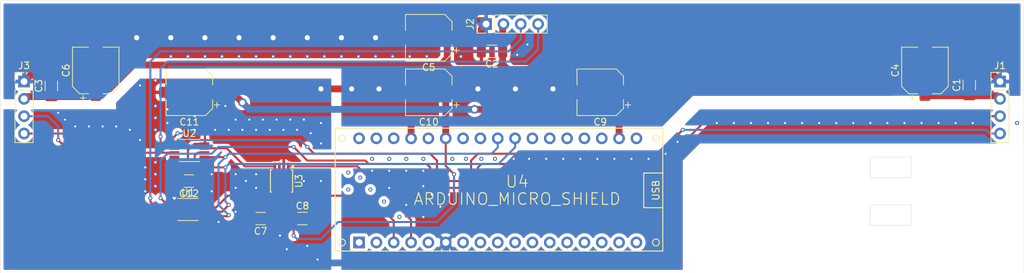
<source format=kicad_pcb>
(kicad_pcb (version 20240108) (generator "pcbnew") (generator_version "8.0")
  (layers (0 "F.Cu" signal) (31 "B.Cu" signal) (34 "B.Paste" user) (35 "F.Paste" user) (36 "B.SilkS" user "B.Silkscreen") (37 "F.SilkS" user "F.Silkscreen") (38 "B.Mask" user) (39 "F.Mask" user) (44 "Edge.Cuts" user))
  (net 0 "")
  (net 1 "GND")
  (net 2 "+3V3")
  (net 3 "+5V")
  (net 4 "/TX_TF1")
  (net 5 "/RX_TF1")
  (net 6 "/TX_TF2")
  (net 7 "/RX_TF2")
  (net 8 "/RX_TF3")
  (net 9 "/TX_TF3")
  (net 10 "/CMD_1")
  (net 11 "/CMD_2")
  (net 12 "/RX")
  (net 13 "/TX")
  (net 14 "Net-(U1A-COM)")
  (net 15 "Net-(U2A-COM)")
  (footprint "Capacitor_SMD:CP_Elec_6.3x5.7" (layer "F.Cu") (at 112.8 55.5 180)
    (property "Reference" "C5" (at 0 -4.35 180) (layer "F.SilkS"))
    (property "Value" "100µF-16V")
    (pad "1" smd roundrect (at -2.7 0 180) (size 3.5 1.6) (layers "F.Cu" "F.Paste" "F.Mask") (roundrect_rratio 0.15625) (net 3 "+5V"))
    (pad "2" smd roundrect (at 2.7 0 180) (size 3.5 1.6) (layers "F.Cu" "F.Paste" "F.Mask") (roundrect_rratio 0.15625) (net 1 "GND"))
  )
  (footprint "Capacitor_SMD:C_1206_3216Metric_Pad1.33x1.80mm_HandSolder" (layer "F.Cu") (at 57.5 62.5625 90)
    (property "Reference" "C3" (at 0 -1.85 270) (layer "F.SilkS"))
    (property "Value" "100nF")
    (pad "1" smd roundrect (at -1.5625 0 90) (size 1.325 1.8) (layers "F.Cu" "F.Paste" "F.Mask") (roundrect_rratio 0.188679) (net 3 "+5V"))
    (pad "2" smd roundrect (at 1.5625 0 90) (size 1.325 1.8) (layers "F.Cu" "F.Paste" "F.Mask") (roundrect_rratio 0.188679) (net 1 "GND"))
  )
  (footprint "Capacitor_SMD:C_1206_3216Metric_Pad1.33x1.80mm_HandSolder" (layer "F.Cu") (at 192 62.4375 90)
    (property "Reference" "C1" (at 0 -1.85 270) (layer "F.SilkS"))
    (property "Value" "100nF")
    (pad "1" smd roundrect (at -1.5625 0 90) (size 1.325 1.8) (layers "F.Cu" "F.Paste" "F.Mask") (roundrect_rratio 0.188679) (net 3 "+5V"))
    (pad "2" smd roundrect (at 1.5625 0 90) (size 1.325 1.8) (layers "F.Cu" "F.Paste" "F.Mask") (roundrect_rratio 0.188679) (net 1 "GND"))
  )
  (footprint "Connector_PinHeader_2.54mm:PinHeader_1x04_P2.54mm_Vertical" (layer "F.Cu") (at 121.2 53.5 90)
    (property "Reference" "J2" (at 0 -2.33 270) (layer "F.SilkS"))
    (property "Value" "TFmini2")
    (pad "1" thru_hole rect (at 0 0 90) (size 1.7 1.7) (drill 1) (layers "*.Cu" "*.Mask") (net 1 "GND"))
    (pad "2" thru_hole oval (at 0 2.54 90) (size 1.7 1.7) (drill 1) (layers "*.Cu" "*.Mask") (net 3 "+5V"))
    (pad "3" thru_hole oval (at 0 5.08 90) (size 1.7 1.7) (drill 1) (layers "*.Cu" "*.Mask") (net 7 "/RX_TF2"))
    (pad "4" thru_hole oval (at 0 7.62 90) (size 1.7 1.7) (drill 1) (layers "*.Cu" "*.Mask") (net 6 "/TX_TF2"))
  )
  (footprint "Package_SO:VSSOP-8_3.0x3.0mm_P0.65mm" (layer "F.Cu") (at 77.7245 72.025)
    (property "Reference" "U2" (at 0 -2.5 0) (layer "F.SilkS"))
    (property "Value" "TS5A3357")
    (pad "1" smd rect (at -2.2 -0.975 270) (size 0.45 1.45) (layers "F.Cu" "F.Paste" "F.Mask") (net 4 "/TX_TF1"))
    (pad "2" smd rect (at -2.2 -0.325 270) (size 0.45 1.45) (layers "F.Cu" "F.Paste" "F.Mask") (net 6 "/TX_TF2"))
    (pad "3" smd rect (at -2.2 0.325 270) (size 0.45 1.45) (layers "F.Cu" "F.Paste" "F.Mask") (net 9 "/TX_TF3"))
    (pad "4" smd rect (at -2.2 0.975 270) (size 0.45 1.45) (layers "F.Cu" "F.Paste" "F.Mask") (net 1 "GND"))
    (pad "5" smd rect (at 2.2 0.975 270) (size 0.45 1.45) (layers "F.Cu" "F.Paste" "F.Mask") (net 11 "/CMD_2"))
    (pad "6" smd rect (at 2.2 0.325 270) (size 0.45 1.45) (layers "F.Cu" "F.Paste" "F.Mask") (net 10 "/CMD_1"))
    (pad "7" smd rect (at 2.2 -0.325 270) (size 0.45 1.45) (layers "F.Cu" "F.Paste" "F.Mask") (net 15 "Net-(U2A-COM)"))
    (pad "8" smd rect (at 2.2 -0.975 270) (size 0.45 1.45) (layers "F.Cu" "F.Paste" "F.Mask") (net 2 "+3V3"))
  )
  (footprint "Capacitor_SMD:CP_Elec_6.3x5.7" (layer "F.Cu") (at 77.7245 63.5 180)
    (property "Reference" "C11" (at 0 -4.35 180) (layer "F.SilkS"))
    (property "Value" "100µF-16V")
    (pad "1" smd roundrect (at -2.7 0 180) (size 3.5 1.6) (layers "F.Cu" "F.Paste" "F.Mask") (roundrect_rratio 0.15625) (net 2 "+3V3"))
    (pad "2" smd roundrect (at 2.7 0 180) (size 3.5 1.6) (layers "F.Cu" "F.Paste" "F.Mask") (roundrect_rratio 0.15625) (net 1 "GND"))
  )
  (footprint "Capacitor_SMD:CP_Elec_6.3x5.7" (layer "F.Cu") (at 185.5 60.3 90)
    (property "Reference" "C4" (at 0 -4.35 270) (layer "F.SilkS"))
    (property "Value" "100µF-16V")
    (pad "1" smd roundrect (at -2.7 0 90) (size 3.5 1.6) (layers "F.Cu" "F.Paste" "F.Mask") (roundrect_rratio 0.15625) (net 3 "+5V"))
    (pad "2" smd roundrect (at 2.7 0 90) (size 3.5 1.6) (layers "F.Cu" "F.Paste" "F.Mask") (roundrect_rratio 0.15625) (net 1 "GND"))
  )
  (footprint "Connector_PinHeader_2.54mm:PinHeader_1x04_P2.54mm_Vertical" (layer "F.Cu") (at 196.5 61.92)
    (property "Reference" "J1" (at 0 -2.33 0) (layer "F.SilkS"))
    (property "Value" "TFmini1")
    (pad "1" thru_hole rect (at 0 0) (size 1.7 1.7) (drill 1) (layers "*.Cu" "*.Mask") (net 1 "GND"))
    (pad "2" thru_hole oval (at 0 2.54) (size 1.7 1.7) (drill 1) (layers "*.Cu" "*.Mask") (net 3 "+5V"))
    (pad "3" thru_hole oval (at 0 5.08) (size 1.7 1.7) (drill 1) (layers "*.Cu" "*.Mask") (net 5 "/RX_TF1"))
    (pad "4" thru_hole oval (at 0 7.62) (size 1.7 1.7) (drill 1) (layers "*.Cu" "*.Mask") (net 4 "/TX_TF1"))
  )
  (footprint "Capacitor_SMD:CP_Elec_6.3x5.7" (layer "F.Cu") (at 112.8 63.5 180)
    (property "Reference" "C10" (at 0 -4.35 180) (layer "F.SilkS"))
    (property "Value" "100µF-16V")
    (pad "1" smd roundrect (at -2.7 0 180) (size 3.5 1.6) (layers "F.Cu" "F.Paste" "F.Mask") (roundrect_rratio 0.15625) (net 3 "+5V"))
    (pad "2" smd roundrect (at 2.7 0 180) (size 3.5 1.6) (layers "F.Cu" "F.Paste" "F.Mask") (roundrect_rratio 0.15625) (net 1 "GND"))
  )
  (footprint "Package_SO:VSSOP-8_3.0x3.0mm_P0.65mm" (layer "F.Cu") (at 77.5245 80.675)
    (property "Reference" "U1" (at 0 -2.5 360) (layer "F.SilkS"))
    (property "Value" "TS5A3357")
    (pad "1" smd rect (at -2.2 -0.975 270) (size 0.45 1.45) (layers "F.Cu" "F.Paste" "F.Mask") (net 5 "/RX_TF1"))
    (pad "2" smd rect (at -2.2 -0.325 270) (size 0.45 1.45) (layers "F.Cu" "F.Paste" "F.Mask") (net 7 "/RX_TF2"))
    (pad "3" smd rect (at -2.2 0.325 270) (size 0.45 1.45) (layers "F.Cu" "F.Paste" "F.Mask") (net 8 "/RX_TF3"))
    (pad "4" smd rect (at -2.2 0.975 270) (size 0.45 1.45) (layers "F.Cu" "F.Paste" "F.Mask") (net 1 "GND"))
    (pad "5" smd rect (at 2.2 0.975 270) (size 0.45 1.45) (layers "F.Cu" "F.Paste" "F.Mask") (net 11 "/CMD_2"))
    (pad "6" smd rect (at 2.2 0.325 270) (size 0.45 1.45) (layers "F.Cu" "F.Paste" "F.Mask") (net 10 "/CMD_1"))
    (pad "7" smd rect (at 2.2 -0.325 270) (size 0.45 1.45) (layers "F.Cu" "F.Paste" "F.Mask") (net 14 "Net-(U1A-COM)"))
    (pad "8" smd rect (at 2.2 -0.975 270) (size 0.45 1.45) (layers "F.Cu" "F.Paste" "F.Mask") (net 2 "+3V3"))
  )
  (footprint "Capacitor_SMD:C_1206_3216Metric_Pad1.33x1.80mm_HandSolder" (layer "F.Cu") (at 122.0625 57.5 180)
    (property "Reference" "C2" (at 0 -1.85 180) (layer "F.SilkS"))
    (property "Value" "100nF")
    (pad "1" smd roundrect (at -1.5625 0 180) (size 1.325 1.8) (layers "F.Cu" "F.Paste" "F.Mask") (roundrect_rratio 0.188679) (net 3 "+5V"))
    (pad "2" smd roundrect (at 1.5625 0 180) (size 1.325 1.8) (layers "F.Cu" "F.Paste" "F.Mask") (roundrect_rratio 0.188679) (net 1 "GND"))
  )
  (footprint "arduino_micro_shield:ARDUINO_MICRO_SHIELD" (layer "F.Cu") (at 99.0845 86.754)
    (property "Reference" "U4" (at 26.67 -10.16 360) (layer "F.SilkS") (effects (font (size 1.7 1.7))))
    (property "Value" "ARDUINO_MICRO_SHIELD" (at 26.67 -7.62 360) (layer "F.SilkS") (effects (font (size 1.7 1.7))))
    (fp_text user "USB" (at 46.99 -8.89 90) (layer "F.SilkS"))
    (pad "2" thru_hole circle (at 18.74 -1.254) (size 1.7 1.7) (drill 1) (layers "*.Cu" "*.Mask"))
    (pad "3" thru_hole circle (at 21.28 -1.254) (size 1.7 1.7) (drill 1) (layers "*.Cu" "*.Mask"))
    (pad "3.3V" thru_hole circle (at 41.6 -16.51) (size 1.7 1.7) (drill 1) (layers "*.Cu" "*.Mask") (net 2 "+3V3"))
    (pad "4" thru_hole circle (at 23.82 -1.254) (size 1.7 1.7) (drill 1) (layers "*.Cu" "*.Mask"))
    (pad "5" thru_hole circle (at 26.36 -1.254) (size 1.7 1.7) (drill 1) (layers "*.Cu" "*.Mask"))
    (pad "5V" thru_hole circle (at 16.2 -16.51) (size 1.7 1.7) (drill 1) (layers "*.Cu" "*.Mask") (net 3 "+5V"))
    (pad "6" thru_hole circle (at 28.9 -1.254) (size 1.7 1.7) (drill 1) (layers "*.Cu" "*.Mask"))
    (pad "7" thru_hole circle (at 31.44 -1.254) (size 1.7 1.7) (drill 1) (layers "*.Cu" "*.Mask"))
    (pad "8" thru_hole circle (at 33.98 -1.254) (size 1.7 1.7) (drill 1) (layers "*.Cu" "*.Mask"))
    (pad "9" thru_hole circle (at 36.52 -1.254) (size 1.7 1.7) (drill 1) (layers "*.Cu" "*.Mask"))
    (pad "10" thru_hole circle (at 39.06 -1.254) (size 1.7 1.7) (drill 1) (layers "*.Cu" "*.Mask"))
    (pad "11" thru_hole circle (at 41.6 -1.254) (size 1.7 1.7) (drill 1) (layers "*.Cu" "*.Mask"))
    (pad "12" thru_hole circle (at 44.14 -1.254) (size 1.7 1.7) (drill 1) (layers "*.Cu" "*.Mask"))
    (pad "13" thru_hole circle (at 44.14 -16.51) (size 1.7 1.7) (drill 1) (layers "*.Cu" "*.Mask"))
    (pad "A0" thru_hole circle (at 36.52 -16.51) (size 1.7 1.7) (drill 1) (layers "*.Cu" "*.Mask"))
    (pad "A1" thru_hole circle (at 33.98 -16.51) (size 1.7 1.7) (drill 1) (layers "*.Cu" "*.Mask"))
    (pad "A2" thru_hole circle (at 31.44 -16.51) (size 1.7 1.7) (drill 1) (layers "*.Cu" "*.Mask"))
    (pad "A3" thru_hole circle (at 28.9 -16.51) (size 1.7 1.7) (drill 1) (layers "*.Cu" "*.Mask"))
    (pad "A4" thru_hole circle (at 26.36 -16.51) (size 1.7 1.7) (drill 1) (layers "*.Cu" "*.Mask") (net 10 "/CMD_1"))
    (pad "A5" thru_hole circle (at 23.82 -16.51) (size 1.7 1.7) (drill 1) (layers "*.Cu" "*.Mask") (net 11 "/CMD_2"))
    (pad "AREF" thru_hole circle (at 39.06 -16.51) (size 1.7 1.7) (drill 1) (layers "*.Cu" "*.Mask"))
    (pad "GND" thru_hole circle (at 11.12 -16.51) (size 1.7 1.7) (drill 1) (layers "*.Cu" "*.Mask") (net 1 "GND"))
    (pad "GND" thru_hole circle (at 16.2 -1.254) (size 1.7 1.7) (drill 1) (layers "*.Cu" "*.Mask") (net 1 "GND"))
    (pad "MI" thru_hole circle (at 6.04 -16.51) (size 1.7 1.7) (drill 1) (layers "*.Cu" "*.Mask"))
    (pad "MO" thru_hole rect (at 3.5 -1.254) (size 1.7 1.7) (drill 1) (layers "*.Cu" "*.Mask"))
    (pad "NC" thru_hole circle (at 18.74 -16.51) (size 1.7 1.7) (drill 1) (layers "*.Cu" "*.Mask"))
    (pad "NC" thru_hole circle (at 21.28 -16.51) (size 1.7 1.7) (drill 1) (layers "*.Cu" "*.Mask"))
    (pad "RST" thru_hole circle (at 13.66 -16.51) (size 1.7 1.7) (drill 1) (layers "*.Cu" "*.Mask"))
    (pad "RST" thru_hole circle (at 13.66 -1.254) (size 1.7 1.7) (drill 1) (layers "*.Cu" "*.Mask"))
    (pad "RX" thru_hole circle (at 11.12 -1.254) (size 1.7 1.7) (drill 1) (layers "*.Cu" "*.Mask") (net 13 "/TX"))
    (pad "SCK" thru_hole circle (at 3.5 -16.51) (size 1.7 1.7) (drill 1) (layers "*.Cu" "*.Mask"))
    (pad "SS" thru_hole circle (at 6.04 -1.254) (size 1.7 1.7) (drill 1) (layers "*.Cu" "*.Mask"))
    (pad "TX" thru_hole circle (at 8.58 -1.254) (size 1.7 1.7) (drill 1) (layers "*.Cu" "*.Mask") (net 12 "/RX"))
    (pad "VI" thru_hole circle (at 8.58 -16.51) (size 1.7 1.7) (drill 1) (layers "*.Cu" "*.Mask"))
  )
  (footprint "Capacitor_SMD:CP_Elec_6.3x5.7" (layer "F.Cu") (at 137.9245 63.5 180)
    (property "Reference" "C9" (at 0 -4.35 180) (layer "F.SilkS"))
    (property "Value" "100µF-16V")
    (pad "1" smd roundrect (at -2.7 0 180) (size 3.5 1.6) (layers "F.Cu" "F.Paste" "F.Mask") (roundrect_rratio 0.15625) (net 2 "+3V3"))
    (pad "2" smd roundrect (at 2.7 0 180) (size 3.5 1.6) (layers "F.Cu" "F.Paste" "F.Mask") (roundrect_rratio 0.15625) (net 1 "GND"))
  )
  (footprint "Connector_PinHeader_2.54mm:PinHeader_1x04_P2.54mm_Vertical" (layer "F.Cu") (at 53.5 61.92)
    (property "Reference" "J3" (at 0 -2.33 0) (layer "F.SilkS"))
    (property "Value" "TFmini3")
    (pad "1" thru_hole rect (at 0 0) (size 1.7 1.7) (drill 1) (layers "*.Cu" "*.Mask") (net 1 "GND"))
    (pad "2" thru_hole oval (at 0 2.54) (size 1.7 1.7) (drill 1) (layers "*.Cu" "*.Mask") (net 3 "+5V"))
    (pad "3" thru_hole oval (at 0 5.08) (size 1.7 1.7) (drill 1) (layers "*.Cu" "*.Mask") (net 8 "/RX_TF3"))
    (pad "4" thru_hole oval (at 0 7.62) (size 1.7 1.7) (drill 1) (layers "*.Cu" "*.Mask") (net 9 "/TX_TF3"))
  )
  (footprint "Package_SO:TSSOP-8_3x3mm_P0.65mm" (layer "F.Cu") (at 91.2245 76.5 -90)
    (property "Reference" "U3" (at 0 -2.55 90) (layer "F.SilkS"))
    (property "Value" "TXB0102DCT")
    (pad "1" smd rect (at -2.15 -0.975 270) (size 1.1 0.4) (layers "F.Cu" "F.Paste" "F.Mask") (net 13 "/TX"))
    (pad "2" smd rect (at -2.15 -0.325 270) (size 1.1 0.4) (layers "F.Cu" "F.Paste" "F.Mask") (net 1 "GND"))
    (pad "3" smd rect (at -2.15 0.325 270) (size 1.1 0.4) (layers "F.Cu" "F.Paste" "F.Mask") (net 2 "+3V3"))
    (pad "4" smd rect (at -2.15 0.975 270) (size 1.1 0.4) (layers "F.Cu" "F.Paste" "F.Mask") (net 15 "Net-(U2A-COM)"))
    (pad "5" smd rect (at 2.15 0.975 270) (size 1.1 0.4) (layers "F.Cu" "F.Paste" "F.Mask") (net 14 "Net-(U1A-COM)"))
    (pad "6" smd rect (at 2.15 0.325 270) (size 1.1 0.4) (layers "F.Cu" "F.Paste" "F.Mask") (net 2 "+3V3"))
    (pad "7" smd rect (at 2.15 -0.325 270) (size 1.1 0.4) (layers "F.Cu" "F.Paste" "F.Mask") (net 3 "+5V"))
    (pad "8" smd rect (at 2.15 -0.975 270) (size 1.1 0.4) (layers "F.Cu" "F.Paste" "F.Mask") (net 12 "/RX"))
  )
  (footprint "Capacitor_SMD:CP_Elec_6.3x5.7" (layer "F.Cu") (at 64 60.3 90)
    (property "Reference" "C6" (at 0 -4.35 270) (layer "F.SilkS"))
    (property "Value" "100µF-16V")
    (pad "1" smd roundrect (at -2.7 0 90) (size 3.5 1.6) (layers "F.Cu" "F.Paste" "F.Mask") (roundrect_rratio 0.15625) (net 3 "+5V"))
    (pad "2" smd roundrect (at 2.7 0 90) (size 3.5 1.6) (layers "F.Cu" "F.Paste" "F.Mask") (roundrect_rratio 0.15625) (net 1 "GND"))
  )
  (footprint "Capacitor_SMD:C_1206_3216Metric_Pad1.33x1.80mm_HandSolder" (layer "F.Cu") (at 88.162 82 180)
    (property "Reference" "C7" (at 0 -1.85 180) (layer "F.SilkS"))
    (property "Value" "100nF")
    (pad "1" smd roundrect (at -1.5625 0 180) (size 1.325 1.8) (layers "F.Cu" "F.Paste" "F.Mask") (roundrect_rratio 0.188679) (net 2 "+3V3"))
    (pad "2" smd roundrect (at 1.5625 0 180) (size 1.325 1.8) (layers "F.Cu" "F.Paste" "F.Mask") (roundrect_rratio 0.188679) (net 1 "GND"))
  )
  (footprint "Capacitor_SMD:C_1206_3216Metric_Pad1.33x1.80mm_HandSolder" (layer "F.Cu") (at 94.287 82)
    (property "Reference" "C8" (at 0 -1.85 360) (layer "F.SilkS"))
    (property "Value" "100nF")
    (pad "1" smd roundrect (at -1.5625 0) (size 1.325 1.8) (layers "F.Cu" "F.Paste" "F.Mask") (roundrect_rratio 0.188679) (net 3 "+5V"))
    (pad "2" smd roundrect (at 1.5625 0) (size 1.325 1.8) (layers "F.Cu" "F.Paste" "F.Mask") (roundrect_rratio 0.188679) (net 1 "GND"))
  )
  (footprint "Capacitor_SMD:C_1206_3216Metric_Pad1.33x1.80mm_HandSolder" (layer "F.Cu") (at 77.662 76.5 180)
    (property "Reference" "C12" (at 0 -1.85 180) (layer "F.SilkS"))
    (property "Value" "100nF")
    (pad "1" smd roundrect (at -1.5625 0 180) (size 1.325 1.8) (layers "F.Cu" "F.Paste" "F.Mask") (roundrect_rratio 0.188679) (net 2 "+3V3"))
    (pad "2" smd roundrect (at 1.5625 0 180) (size 1.325 1.8) (layers "F.Cu" "F.Paste" "F.Mask") (roundrect_rratio 0.188679) (net 1 "GND"))
  )
  (gr_rect (start 177.5 73) (end 183.5 76) (stroke (width 0.05)) (fill none) (layer "Edge.Cuts"))
  (gr_rect (start 177.5 80) (end 183.5 83) (stroke (width 0.05)) (fill none) (layer "Edge.Cuts"))
  (gr_rect (start 50 50) (end 200 90) (stroke (width 0.05)) (fill none) (layer "Edge.Cuts"))
  (via (at 199 68) (size 0.6) (drill 0.3) (layers "F.Cu" "B.Cu") (net 0))
  (via (at 104.5 73.25) (size 0.6) (drill 0.3) (layers "F.Cu" "B.Cu") (net 0))
  (via (at 116.25 73.25) (size 0.6) (drill 0.3) (layers "F.Cu" "B.Cu") (net 0))
  (via (at 107 73.25) (size 0.6) (drill 0.3) (layers "F.Cu" "B.Cu") (net 0))
  (via (at 106.25 79.5) (size 0.6) (drill 0.3) (layers "F.Cu" "B.Cu") (net 0))
  (via (at 112 73.25) (size 0.6) (drill 0.3) (layers "F.Cu" "B.Cu") (net 0))
  (via (at 118.25 73.25) (size 0.6) (drill 0.3) (layers "F.Cu" "B.Cu") (net 0))
  (via (at 122.5 73.25) (size 0.6) (drill 0.3) (layers "F.Cu" "B.Cu") (net 0))
  (via (at 101 75.25) (size 0.6) (drill 0.3) (layers "F.Cu" "B.Cu") (net 0))
  (via (at 104.25 77.75) (size 0.6) (drill 0.3) (layers "F.Cu" "B.Cu") (net 0))
  (via (at 108.5 81.75) (size 0.6) (drill 0.3) (layers "F.Cu" "B.Cu") (net 0))
  (via (at 109.5 73.25) (size 0.6) (drill 0.3) (layers "F.Cu" "B.Cu") (net 0))
  (via (at 102.75 76) (size 0.6) (drill 0.3) (layers "F.Cu" "B.Cu") (net 0))
  (via (at 101 77.75) (size 0.6) (drill 0.3) (layers "F.Cu" "B.Cu") (net 0))
  (via (at 120.5 73.25) (size 0.6) (drill 0.3) (layers "F.Cu" "B.Cu") (net 0))
  (segment (start 120.7 53) (end 121.2 53.5) (width 1) (layer "F.Cu") (net 1))
  (segment (start 64 57.6) (end 67.4 57.6) (width 1) (layer "F.Cu") (net 1))
  (segment (start 54.42 61) (end 53.5 61.92) (width 1) (layer "F.Cu") (net 1))
  (segment (start 67.4 57.6) (end 69.5 55.5) (width 1) (layer "F.Cu") (net 1))
  (segment (start 75 55.5) (end 80 55.5) (width 1) (layer "F.Cu") (net 1))
  (segment (start 64 57.6) (end 58.9 57.6) (width 1) (layer "F.Cu") (net 1))
  (segment (start 110.1 55.5) (end 110.1 53.9) (width 1) (layer "F.Cu") (net 1))
  (segment (start 111 53) (end 120.7 53) (width 1) (layer "F.Cu") (net 1))
  (segment (start 70 55.5) (end 75 55.5) (width 1) (layer "F.Cu") (net 1))
  (segment (start 95 55.5) (end 101.5 55.5) (width 1) (layer "F.Cu") (net 1))
  (segment (start 80 55.5) (end 85 55.5) (width 1) (layer "F.Cu") (net 1))
  (segment (start 58.9 57.6) (end 57.5 59) (width 1) (layer "F.Cu") (net 1))
  (segment (start 69.5 55.5) (end 70 55.5) (width 1) (layer "F.Cu") (net 1))
  (segment (start 195.455 60.875) (end 196.5 61.92) (width 1) (layer "F.Cu") (net 1))
  (segment (start 185.5 57.6) (end 190.6 57.6) (width 1) (layer "F.Cu") (net 1))
  (segment (start 120.5 54.2) (end 121.2 53.5) (width 1) (layer "F.Cu") (net 1))
  (segment (start 120.5 57.5) (end 120.5 54.2) (width 1) (layer "F.Cu") (net 1))
  (segment (start 57.5 59) (end 57.5 61) (width 1) (layer "F.Cu") (net 1))
  (segment (start 97 63) (end 101.5 63) (width 1) (layer "F.Cu") (net 1))
  (segment (start 76.0995 75.075) (end 75.5245 74.5) (width 0.3) (layer "F.Cu") (net 1))
  (segment (start 77 78.5) (end 76.0995 77.5995) (width 0.3) (layer "F.Cu") (net 1))
  (segment (start 57.5 61) (end 54.42 61) (width 1) (layer "F.Cu") (net 1))
  (segment (start 110.2045 63.6045) (end 110.1 63.5) (width 1) (layer "F.Cu") (net 1))
  (segment (start 85 55.5) (end 90 55.5) (width 1) (layer "F.Cu") (net 1))
  (segment (start 192 59) (end 192 60.875) (width 1) (layer "F.Cu") (net 1))
  (segment (start 110.1 53.9) (end 111 53) (width 1) (layer "F.Cu") (net 1))
  (segment (start 110.2045 70.244) (end 110.2045 63.6045) (width 1) (layer "F.Cu") (net 1))
  (segment (start 77 81) (end 76.35 81.65) (width 0.3) (layer "F.Cu") (net 1))
  (segment (start 76.35 81.65) (end 75.3245 81.65) (width 0.3) (layer "F.Cu") (net 1))
  (segment (start 76.0995 77.5995) (end 76.0995 76.5) (width 0.3) (layer "F.Cu") (net 1))
  (segment (start 106 55.5) (end 110.1 55.5) (width 1) (layer "F.Cu") (net 1))
  (segment (start 77 81) (end 77 78.5) (width 0.3) (layer "F.Cu") (net 1))
  (segment (start 76.0995 76.5) (end 76.0995 75.075) (width 0.3) (layer "F.Cu") (net 1))
  (segment (start 192 60.875) (end 195.455 60.875) (width 1) (layer "F.Cu") (net 1))
  (segment (start 101.5 55.5) (end 106 55.5) (width 1) (layer "F.Cu") (net 1))
  (segment (start 90 55.5) (end 95 55.5) (width 1) (layer "F.Cu") (net 1))
  (segment (start 190.6 57.6) (end 192 59) (width 1) (layer "F.Cu") (net 1))
  (segment (start 75.5245 74.5) (end 75.5245 73) (width 0.3) (layer "F.Cu") (net 1))
  (via (at 75 58.25) (size 0.6) (drill 0.3) (layers "F.Cu" "B.Cu") (net 1))
  (via (at 149.25 70.75) (size 0.6) (drill 0.3) (layers "F.Cu" "B.Cu") (net 1))
  (via (at 88.5 67.5) (size 0.6) (drill 0.3) (layers "F.Cu" "B.Cu") (net 1))
  (via (at 102.5 58.25) (size 0.6) (drill 0.3) (layers "F.Cu" "B.Cu") (net 1))
  (via (at 132.5 73.25) (size 0.6) (drill 0.3) (layers "F.Cu" "B.Cu") (net 1))
  (via (at 74.5 68) (size 0.6) (drill 0.3) (layers "F.Cu" "B.Cu") (net 1))
  (via (at 185 68) (size 0.6) (drill 0.3) (layers "F.Cu" "B.Cu") (net 1))
  (via (at 82 82.5) (size 0.6) (drill 0.3) (layers "F.Cu" "B.Cu") (net 1))
  (via (at 83.5 69) (size 0.6) (drill 0.3) (layers "F.Cu" "B.Cu") (net 1))
  (via (at 113.25 78.5) (size 0.6) (drill 0.3) (layers "F.Cu" "B.Cu") (net 1))
  (via (at 105 58.25) (size 0.6) (drill 0.3) (layers "F.Cu" "B.Cu") (net 1))
  (via (at 107 77.5) (size 0.6) (drill 0.3) (layers "F.Cu" "B.Cu") (net 1))
  (via (at 104.5 75) (size 0.6) (drill 0.3) (layers "F.Cu" "B.Cu") (net 1))
  (via (at 75 55.5) (size 1.25) (drill 0.75) (layers "F.Cu" "B.Cu") (net 1))
  (via (at 95.5 69.5) (size 0.6) (drill 0.3) (layers "F.Cu" "B.Cu") (net 1))
  (via (at 90.5 67.5) (size 0.6) (drill 0.3) (layers "F.Cu" "B.Cu") (net 1))
  (via (at 110 58.25) (size 0.6) (drill 0.3) (layers "F.Cu" "B.Cu") (net 1))
  (via (at 145 73.25) (size 0.6) (drill 0.3) (layers "F.Cu" "B.Cu") (net 1))
  (via (at 87.5 69) (size 0.6) (drill 0.3) (layers "F.Cu" "B.Cu") (net 1))
  (via (at 69 69) (size 0.6) (drill 0.3) (layers "F.Cu" "B.Cu") (net 1))
  (via (at 67 68.5) (size 0.6) (drill 0.3) (layers "F.Cu" "B.Cu") (net 1))
  (via (at 157.5 68) (size 0.6) (drill 0.3) (layers "F.Cu" "B.Cu") (net 1))
  (via (at 72.75 65.5) (size 0.6) (drill 0.3) (layers "F.Cu" "B.Cu") (net 1))
  (via (at 84.5 67.5) (size 0.6) (drill 0.3) (layers "F.Cu" "B.Cu") (net 1))
  (via (at 81.5 69) (size 0.6) (drill 0.3) (layers "F.Cu" "B.Cu") (net 1))
  (via (at 192.5 68) (size 0.6) (drill 0.3) (layers "F.Cu" "B.Cu") (net 1))
  (via (at 165 68) (size 0.6) (drill 0.3) (layers "F.Cu" "B.Cu") (net 1))
  (via (at 105.5 63) (size 1.25) (drill 0.75) (layers "F.Cu" "B.Cu") (net 1))
  (via (at 84.5 81) (size 0.6) (drill 0.3) (layers "F.Cu" "B.Cu") (net 1))
  (via (at 112.5 58.25) (size 0.6) (drill 0.3) (layers "F.Cu" "B.Cu") (net 1))
  (via (at 142.5 73.25) (size 0.6) (drill 0.3) (layers "F.Cu" "B.Cu") (net 1))
  (via (at 77.5 58.25) (size 0.6) (drill 0.3) (layers "F.Cu" "B.Cu") (net 1))
  (via (at 90 55.5) (size 1.25) (drill 0.75) (layers "F.Cu" "B.Cu") (net 1))
  (via (at 131 63) (size 1.25) (drill 0.75) (layers "F.Cu" "B.Cu") (net 1))
  (via (at 92.5 67.5) (size 0.6) (drill 0.3) (layers "F.Cu" "B.Cu") (net 1))
  (via (at 74.5 66) (size 0.6) (drill 0.3) (layers "F.Cu" "B.Cu") (net 1))
  (via (at 72.75 75.5) (size 0.6) (drill 0.3) (layers "F.Cu" "B.Cu") (net 1))
  (via (at 125.25 73.25) (size 0.6) (drill 0.3) (layers "F.Cu" "B.Cu") (net 1))
  (via (at 86.5 67.5) (size 0.6) (drill 0.3) (layers "F.Cu" "B.Cu") (net 1))
  (via (at 175 68) (size 0.6) (drill 0.3) (layers "F.Cu" "B.Cu") (net 1))
  (via (at 82.5 58.25) (size 0.6) (drill 0.3) (layers "F.Cu" "B.Cu") (net 1))
  (via (at 127.25 56.5) (size 0.6) (drill 0.3) (layers "F.Cu" "B.Cu") (net 1))
  (via (at 93.5 69) (size 0.6) (drill 0.3) (layers "F.Cu" "B.Cu") (net 1))
  (via (at 100 58.25) (size 0.6) (drill 0.3) (layers "F.Cu" "B.Cu") (net 1))
  (via (at 97 63) (size 1.25) (drill 0.75) (layers "F.Cu" "B.Cu") (net 1))
  (via (at 96.5 88) (size 0.6) (drill 0.3) (layers "F.Cu" "B.Cu") (net 1))
  (via (at 167.5 68) (size 0.6) (drill 0.3) (layers "F.Cu" "B.Cu") (net 1))
  (via (at 78.5 69) (size 0.6) (drill 0.3) (layers "F.Cu" "B.Cu") (net 1))
  (via (at 105 55.5) (size 1.25) (drill 0.75) (layers "F.Cu" "B.Cu") (net 1))
  (via (at 160 68) (size 0.6) (drill 0.3) (layers "F.Cu" "B.Cu") (net 1))
  (via (at 107.5 58.25) (size 0.6) (drill 0.3) (layers "F.Cu" "B.Cu") (net 1))
  (via (at 180 68) (size 0.6) (drill 0.3) (layers "F.Cu" "B.Cu") (net 1))
  (via (at 101.5 63) (size 1.25) (drill 0.75) (layers "F.Cu" "B.Cu") (net 1))
  (via (at 162.5 68) (size 0.6) (drill 0.3) (layers "F.Cu" "B.Cu") (net 1))
  (via (at 155 68) (size 0.6) (drill 0.3) (layers "F.Cu" "B.Cu") (net 1))
  (via (at 71.25 78) (size 0.6) (drill 0.3) (layers "F.Cu" "B.Cu") (net 1))
  (via (at 80 55.5) (size 1.25) (drill 0.75) (layers "F.Cu" "B.Cu") (net 1))
  (via (at 70.5 70.5) (size 0.6) (drill 0.3) (layers "F.Cu" "B.Cu") (net 1))
  (via (at 172.5 68) (size 0.6) (drill 0.3) (layers "F.Cu" "B.Cu") (net 1))
  (via (at 90 58.25) (size 0.6) (drill 0.3) (layers "F.Cu" "B.Cu") (net 1))
  (via (at 63 68.5) (size 0.6) (drill 0.3) (layers "F.Cu" "B.Cu") (net 1))
  (via (at 177.5 68) (size 0.6) (drill 0.3) (layers "F.Cu" "B.Cu") (net 1))
  (via (at 135 73.25) (size 0.6) (drill 0.3) (layers "F.Cu" "B.Cu") (net 1))
  (via (at 87.5 77.5) (size 0.6) (drill 0.3) (layers "F.Cu" "B.Cu") (net 1))
  (via (at 72.75 61.75) (size 0.6) (drill 0.3) (layers "F.Cu" "B.Cu") (net 1))
  (via (at 65 68.5) (size 0.6) (drill 0.3) (layers "F.Cu" "B.Cu") (net 1))
  (via (at 120 63) (size 1.25) (drill 0.75) (layers "F.Cu" "B.Cu") (net 1))
  (via (at 59.5 67.5) (size 0.6) (drill 0.3) (layers "F.Cu" "B.Cu") (net 1))
  (via (at 71.25 76.25) (size 0.6) (drill 0.3) (layers "F.Cu" "B.Cu") (net 1))
  (via (at 85 58.25) (size 0.6) (drill 0.3) (layers "F.Cu" "B.Cu") (net 1))
  (via (at 125.75 58) (size 0.6) (drill 0.3) (layers "F.Cu" "B.Cu") (net 1))
  (via (at 97 76.5) (size 0.6) (drill 0.3) (layers "F.Cu" "B.Cu") (net 1))
  (via (at 83 65.5) (size 0.6) (drill 0.3) (layers "F.Cu" "B.Cu") (net 1))
  (via (at 81 75.5) (size 0.6) (drill 0.3) (layers "F.Cu" "B.Cu") (net 1))
  (via (at 72.75 69) (size 0.6) (drill 0.3) (layers "F.Cu" "B.Cu") (net 1))
  (via (at 125.5 63) (size 1.25) (drill 0.75) (layers "F.Cu" "B.Cu") (net 1))
  (via (at 112 81.75) (size 0.6) (drill 0.3) (layers "F.Cu" "B.Cu") (net 1))
  (via (at 140 73.25) (size 0.6) (drill 0.3) (layers "F.Cu" "B.Cu") (net 1))
  (via (at 109.5 80) (size 0.6) (drill 0.3) (layers "F.Cu" "B.Cu") (net 1))
  (via (at 89.5 69) (size 0.6) (drill 0.3) (layers "F.Cu" "B.Cu") (net 1))
  (via (at 85.5 69) (size 0.6) (drill 0.3) (layers "F.Cu" "B.Cu") (net 1))
  (via (at 112 77.25) (size 0.6) (drill 0.3) (layers "F.Cu" "B.Cu") (net 1))
  (via (at 112 75) (size 0.6) (drill 0.3) (layers "F.Cu" "B.Cu") (net 1))
  (via (at 71.25 74.5) (size 0.6) (drill 0.3) (layers "F.Cu" "B.Cu") (net 1))
  (via (at 117.5 58.25) (size 0.6) (drill 0.3) (layers "F.Cu" "B.Cu") (net 1))
  (via (at 87.5 58.25) (size 0.6) (drill 0.3) (layers "F.Cu" "B.Cu") (net 1))
  (via (at 92 86.5) (size 0.6) (drill 0.3) (layers "F.Cu" "B.Cu") (net 1))
  (via (at 91 84.5) (size 0.6) (drill 0.3) (layers "F.Cu" "B.Cu") (net 1))
  (via (at 70 55.5) (size 1.25) (drill 0.75) (layers "F.Cu" "B.Cu") (net 1))
  (via (at 78.5 67) (size 0.6) (drill 0.3) (layers "F.Cu" "B.Cu") (net 1))
  (via (at 87.5 75.5) (size 0.6) (drill 0.3) (layers "F.Cu" "B.Cu") (net 1))
  (via (at 86 76.5) (size 0.6) (drill 0.3) (layers "F.Cu" "B.Cu") (net 1))
  (via (at 72.75 67.25) (size 0.6) (drill 0.3) (layers "F.Cu" "B.Cu") (net 1))
  (via (at 94.5 67.5) (size 0.6) (drill 0.3) (layers "F.Cu" "B.Cu") (net 1))
  (via (at 107 75) (size 0.6) (drill 0.3) (layers "F.Cu" "B.Cu") (net 1))
  (via (at 97 71) (size 0.6) (drill 0.3) (layers "F.Cu" "B.Cu") (net 1))
  (via (at 95 58.25) (size 0.6) (drill 0.3) (layers "F.Cu" "B.Cu") (net 1))
  (via (at 61 68.5) (size 0.6) (drill 0.3) (layers "F.Cu" "B.Cu") (net 1))
  (via (at 97 68) (size 0.6) (drill 0.3) (layers "F.Cu" "B.Cu") (net 1))
  (via (at 84.5 77.5) (size 0.6) (drill 0.3) (layers "F.Cu" "B.Cu") (net 1))
  (via (at 72.75 73.75) (size 0.6) (drill 0.3) (layers "F.Cu" "B.Cu") (net 1))
  (via (at 95 86) (size 0.6) (drill 0.3) (layers "F.Cu" "B.Cu") (net 1))
  (via (at 80 58.25) (size 0.6) (drill 0.3) (layers "F.Cu" "B.Cu") (net 1))
  (via (at 170 68) (size 0.6) (drill 0.3) (layers "F.Cu" "B.Cu") (net 1))
  (via (at 81 78) (size 0.6) (drill 0.3) (layers "F.Cu" "B.Cu") (net 1))
  (via (at 58.5 66.5) (size 0.6) (drill 0.3) (layers "F.Cu" "B.Cu") (net 1))
  (via (at 109.5 75) (size 0.6) (drill 0.3) (layers "F.Cu" "B.Cu") (net 1))
  (via (at 70.5 62.5) (size 0.6) (drill 0.3) (layers "F.Cu" "B.Cu") (net 1))
  (via (at 85 55.5) (size 1.25) (drill 0.75) (layers "F.Cu" "B.Cu") (net 1))
  (via (at 182.5 68) (size 0.6) (drill 0.3) (layers "F.Cu" "B.Cu") (net 1))
  (via (at 147.5 72.5) (size 0.6) (drill 0.3) (layers "F.Cu" "B.Cu") (net 1))
  (via (at 130 73.25) (size 0.6) (drill 0.3) (layers "F.Cu" "B.Cu") (net 1))
  (via (at 92.5 58.25) (size 0.6) (drill 0.3) (layers "F.Cu" "B.Cu") (net 1))
  (via (at 72.75 77.25) (size 0.6) (drill 0.3) (layers "F.Cu" "B.Cu") (net 1))
  (via (at 100 55.5) (size 1.25) (drill 0.75) (layers "F.Cu" "B.Cu") (net 1))
  (via (at 190 68) (size 0.6) (drill 0.3) (layers "F.Cu" "B.Cu") (net 1))
  (via (at 137.5 73.25) (size 0.6) (drill 0.3) (layers "F.Cu" "B.Cu") (net 1))
  (via (at 84.5 75.5) (size 0.6) (drill 0.3) (layers "F.Cu" "B.Cu") (net 1))
  (via (at 95 55.5) (size 1.25) (drill 0.75) (layers "F.Cu" "B.Cu") (net 1))
  (via (at 187.5 68) (size 0.6) (drill 0.3) (layers "F.Cu" "B.Cu") (net 1))
  (via (at 94.5 76.5) (size 0.6) (drill 0.3) (layers "F.Cu" "B.Cu") (net 1))
  (via (at 115.75 78.5) (size 0.6) (drill 0.3) (layers "F.Cu" "B.Cu") (net 1))
  (via (at 127.5 73.25) (size 0.6) (drill 0.3) (layers "F.Cu" "B.Cu") (net 1))
  (via (at 91.5 69) (size 0.6) (drill 0.3) (layers "F.Cu" "B.Cu") (net 1))
  (via (at 97.5 58.25) (size 0.6) (drill 0.3) (layers "F.Cu" "B.Cu") (net 1))
  (via (at 114.5 80.25) (size 0.6) (drill 0.3) (layers "F.Cu" "B.Cu") (net 1))
  (segment (start 115.2845 85.5) (end 115.2845 87.2155) (width 1) (layer "B.Cu") (net 1))
  (segment (start 114 88.5) (end 97 88.5) (width 1) (layer "B.Cu") (net 1))
  (segment (start 97 88.5) (end 96.5 88) (width 1) (layer "B.Cu") (net 1))
  (segment (start 115.2845 87.2155) (end 114 88.5) (width 1) (layer "B.Cu") (net 1))
  (segment (start 79.7245 79.7) (end 78.3 79.7) (width 0.3) (layer "F.Cu") (net 2))
  (segment (start 89.7245 80.7755) (end 89.7245 82) (width 0.3) (layer "F.Cu") (net 2))
  (segment (start 80.4245 63.5) (end 80 63.9245) (width 0.3) (layer "F.Cu") (net 2))
  (segment (start 78.45 71.05) (end 79.9245 71.05) (width 0.3) (layer "F.Cu") (net 2))
  (segment (start 79.2245 76.5) (end 79.2245 79.2) (width 0.3) (layer "F.Cu") (net 2))
  (segment (start 90.8995 78.65) (end 90.8995 74.35) (width 0.3) (layer "F.Cu") (net 2))
  (segment (start 80 63.9245) (end 80 70.9745) (width 0.3) (layer "F.Cu") (net 2))
  (segment (start 139.6845 66) (end 140.6845 67) (width 1) (layer "F.Cu") (net 2))
  (segment (start 140.6845 70.244) (end 140.6845 67) (width 1) (layer "F.Cu") (net 2))
  (segment (start 139.6845 66) (end 140.6845 65) (width 1) (layer "F.Cu") (net 2))
  (segment (start 140.6845 63.56) (end 140.6245 63.5) (width 1) (layer "F.Cu") (net 2))
  (segment (start 140.6845 66) (end 139.5 66) (width 1) (layer "F.Cu") (net 2))
  (segment (start 77.5 80.5) (end 77.5 82.5) (width 0.3) (layer "F.Cu") (net 2))
  (segment (start 77.5 82.5) (end 78.5 83.5) (width 0.3) (layer "F.Cu") (net 2))
  (segment (start 85.5 65) (end 84 63.5) (width 1) (layer "F.Cu") (net 2))
  (segment (start 77.5 72) (end 78.45 71.05) (width 0.3) (layer "F.Cu") (net 2))
  (segment (start 139.5 66) (end 139.6845 66) (width 1) (layer "F.Cu") (net 2))
  (segment (start 90.8995 78.65) (end 90.8995 79.6005) (width 0.3) (layer "F.Cu") (net 2))
  (segment (start 78.3 79.7) (end 77.5 80.5) (width 0.3) (layer "F.Cu") (net 2))
  (segment (start 77.5 74.7755) (end 77.5 72) (width 0.3) (layer "F.Cu") (net 2))
  (segment (start 140.6845 66) (end 140.6845 65) (width 1) (layer "F.Cu") (net 2))
  (segment (start 88.2245 83.5) (end 89.7245 82) (width 0.3) (layer "F.Cu") (net 2))
  (segment (start 84 63.5) (end 80.4245 63.5) (width 1) (layer "F.Cu") (net 2))
  (segment (start 79.2245 76.5) (end 77.5 74.7755) (width 0.3) (layer "F.Cu") (net 2))
  (segment (start 79.2245 79.2) (end 79.7245 79.7) (width 0.3) (layer "F.Cu") (net 2))
  (segment (start 140.6845 65) (end 140.6845 63.56) (width 1) (layer "F.Cu") (net 2))
  (segment (start 140.6845 67) (end 140.6845 66.5) (width 1) (layer "F.Cu") (net 2))
  (segment (start 80 70.9745) (end 79.9245 71.05) (width 0.3) (layer "F.Cu") (net 2))
  (segment (start 140.6845 66.5) (end 140.6845 66) (width 1) (layer "F.Cu") (net 2))
  (segment (start 78.5 83.5) (end 88.2245 83.5) (width 0.3) (layer "F.Cu") (net 2))
  (segment (start 90.8995 79.6005) (end 89.7245 80.7755) (width 0.3) (layer "F.Cu") (net 2))
  (segment (start 139.5 66) (end 119.5 66) (width 1) (layer "F.Cu") (net 2))
  (via (at 119.5 66) (size 1.25) (drill 0.75) (layers "F.Cu" "B.Cu") (net 2))
  (via (at 85.5 65) (size 1.25) (drill 0.75) (layers "F.Cu" "B.Cu") (net 2))
  (segment (start 86.5 66) (end 85.5 65) (width 1) (layer "B.Cu") (net 2))
  (segment (start 119.5 66) (end 86.5 66) (width 1) (layer "B.Cu") (net 2))
  (segment (start 114.5 59.5) (end 115.5 60.5) (width 1) (layer "F.Cu") (net 3))
  (segment (start 123.625 57.5) (end 123.625 53.615) (width 1) (layer "F.Cu") (net 3))
  (segment (start 115.2845 70.244) (end 115.2845 74.2845) (width 0.3) (layer "F.Cu") (net 3))
  (segment (start 124.5 60.5) (end 123.5 60.5) (width 1) (layer "F.Cu") (net 3))
  (segment (start 115.5 58.5) (end 115.5 59.5) (width 1) (layer "F.Cu") (net 3))
  (segment (start 125 60.5) (end 124.5 60.5) (width 1) (layer "F.Cu") (net 3))
  (segment (start 115.5 60.5) (end 115.5 61.5) (width 1) (layer "F.Cu") (net 3))
  (segment (start 123.5 60.5) (end 122.5 60.5) (width 1) (layer "F.Cu") (net 3))
  (segment (start 196.04 64) (end 196.5 64.46) (width 1) (layer "F.Cu") (net 3))
  (segment (start 123.5 60.5) (end 123.5 59.5) (width 1) (layer "F.Cu") (net 3))
  (segment (start 192 64) (end 186.5 64) (width 1) (layer "F.Cu") (net 3))
  (segment (start 93 84.5) (end 93 82.2755) (width 0.3) (layer "F.Cu") (net 3))
  (segment (start 115.2845 74.2845) (end 116.5 75.5) (width 0.3) (layer "F.Cu") (net 3))
  (segment (start 123.5 59.5) (end 123.625 59.375) (width 1) (layer "F.Cu") (net 3))
  (segment (start 66 63) (end 64 63) (width 1) (layer "F.Cu") (net 3))
  (segment (start 115.5 61.5) (end 115.5 63.5) (width 1) (layer "F.Cu") (net 3))
  (segment (start 123.625 53.615) (end 123.74 53.5) (width 1) (layer "F.Cu") (net 3))
  (segment (start 114.5 59.5) (end 69.5 59.5) (width 1) (layer "F.Cu") (net 3))
  (segment (start 123.625 59.625) (end 123.625 59.375) (width 1) (layer "F.Cu") (net 3))
  (segment (start 179 60.5) (end 125 60.5) (width 1) (layer "F.Cu") (net 3))
  (segment (start 116.5 60.5) (end 115.5 60.5) (width 1) (layer "F.Cu") (net 3))
  (segment (start 125 60.5) (end 124.75 60.5) (width 1) (layer "F.Cu") (net 3))
  (segment (start 114.5 59.5) (end 115.5 59.5) (width 1) (layer "F.Cu") (net 3))
  (segment (start 123.625 59.375) (end 123.625 57.5) (width 1) (layer "F.Cu") (net 3))
  (segment (start 115.2845 70.244) (end 115.2845 63.7155) (width 1) (layer "F.Cu") (net 3))
  (segment (start 57.5 64.125) (end 53.835 64.125) (width 1) (layer "F.Cu") (net 3))
  (segment (start 124.75 60.5) (end 123.625 59.375) (width 1) (layer "F.Cu") (net 3))
  (segment (start 92.7245 80.7245) (end 92.7245 82) (width 0.3) (layer "F.Cu") (net 3))
  (segment (start 69.5 59.5) (end 66 63) (width 1) (layer "F.Cu") (net 3))
  (segment (start 185.5 63) (end 181.5 63) (width 1) (layer "F.Cu") (net 3))
  (segment (start 117 60.5) (end 116.5 60.5) (width 1) (layer "F.Cu") (net 3))
  (segment (start 115.5 55.5) (end 115.5 58.5) (width 1) (layer "F.Cu") (net 3))
  (segment (start 122.5 60.5) (end 117 60.5) (width 1) (layer "F.Cu") (net 3))
  (segment (start 116.5 60.5) (end 115.5 61.5) (width 1) (layer "F.Cu") (net 3))
  (segment (start 116.5 60.5) (end 115.5 59.5) (width 1) (layer "F.Cu") (net 3))
  (segment (start 115.2845 63.7155) (end 115.5 63.5) (width 1) (layer "F.Cu") (net 3))
  (segment (start 53.835 64.125) (end 53.5 64.46) (width 1) (layer "F.Cu") (net 3))
  (segment (start 57.5 64.125) (end 62.875 64.125) (width 1) (layer "F.Cu") (net 3))
  (segment (start 62.875 64.125) (end 64 63) (width 1) (layer "F.Cu") (net 3))
  (segment (start 115.5 59.5) (end 115.5 60.5) (width 1) (layer "F.Cu") (net 3))
  (segment (start 181.5 63) (end 179 60.5) (width 1) (layer "F.Cu") (net 3))
  (segment (start 186.5 64) (end 185.5 63) (width 1) (layer "F.Cu") (net 3))
  (segment (start 91.5495 79.5495) (end 92.7245 80.7245) (width 0.3) (layer "F.Cu") (net 3))
  (segment (start 124.5 60.5) (end 123.625 59.625) (width 1) (layer "F.Cu") (net 3))
  (segment (start 122.5 60.5) (end 123.625 59.375) (width 1) (layer "F.Cu") (net 3))
  (segment (start 192 64) (end 196.04 64) (width 1) (layer "F.Cu") (net 3))
  (segment (start 93 82.2755) (end 92.7245 82) (width 0.3) (layer "F.Cu") (net 3))
  (segment (start 91.5495 78.65) (end 91.5495 79.5495) (width 0.3) (layer "F.Cu") (net 3))
  (segment (start 114.5 59.5) (end 115.5 58.5) (width 1) (layer "F.Cu") (net 3))
  (via (at 116.5 75.5) (size 0.6) (drill 0.3) (layers "F.Cu" "B.Cu") (net 3))
  (via (at 93 84.5) (size 0.6) (drill 0.3) (layers "F.Cu" "B.Cu") (net 3))
  (segment (start 93.5 85) (end 93 84.5) (width 0.3) (layer "B.Cu") (net 3))
  (segment (start 116.5 75.5) (end 116.5 80) (width 0.3) (layer "B.Cu") (net 3))
  (segment (start 99.5 82.5) (end 97 85) (width 0.3) (layer "B.Cu") (net 3))
  (segment (start 97 85) (end 93.5 85) (width 0.3) (layer "B.Cu") (net 3))
  (segment (start 114 82.5) (end 99.5 82.5) (width 0.3) (layer "B.Cu") (net 3))
  (segment (start 116.5 80) (end 114 82.5) (width 0.3) (layer "B.Cu") (net 3))
  (segment (start 114 76) (end 114.5 76.5) (width 0.3) (layer "F.Cu") (net 4))
  (segment (start 119 73.5) (end 120 72.5) (width 0.3) (layer "F.Cu") (net 4))
  (segment (start 113 72.5) (end 114 73.5) (width 0.3) (layer "F.Cu") (net 4))
  (segment (start 120 72.5) (end 146.5 72.5) (width 0.3) (layer "F.Cu") (net 4))
  (segment (start 75.5245 69.9755) (end 76 69.5) (width 0.3) (layer "F.Cu") (net 4))
  (segment (start 75.5245 71.05) (end 75.5245 69.9755) (width 0.3) (layer "F.Cu") (net 4))
  (segment (start 146.5 72.5) (end 150 69) (width 0.3) (layer "F.Cu") (net 4))
  (segment (start 119 76) (end 119 73.5) (width 0.3) (layer "F.Cu") (net 4))
  (segment (start 118.5 76.5) (end 119 76) (width 0.3) (layer "F.Cu") (net 4))
  (segment (start 114.5 76.5) (end 118.5 76.5) (width 0.3) (layer "F.Cu") (net 4))
  (segment (start 96 72.5) (end 113 72.5) (width 0.3) (layer "F.Cu") (net 4))
  (segment (start 95 71.5) (end 96 72.5) (width 0.3) (layer "F.Cu") (net 4))
  (segment (start 114 73.5) (end 114 76) (width 0.3) (layer "F.Cu") (net 4))
  (via (at 76 69.5) (size 0.6) (drill 0.3) (layers "F.Cu" "B.Cu") (net 4))
  (via (at 95 71.5) (size 0.6) (drill 0.3) (layers "F.Cu" "B.Cu") (net 4))
  (via (at 150 69) (size 0.6) (drill 0.3) (layers "F.Cu" "B.Cu") (net 4))
  (segment (start 93 70.5) (end 94 70.5) (width 0.3) (layer "B.Cu") (net 4))
  (segment (start 94 70.5) (end 95 71.5) (width 0.3) (layer "B.Cu") (net 4))
  (segment (start 150 69) (end 194.5 69) (width 0.3) (layer "B.Cu") (net 4))
  (segment (start 195.04 69.54) (end 196.5 69.54) (width 0.3) (layer "B.Cu") (net 4))
  (segment (start 78 70.5) (end 93 70.5) (width 0.3) (layer "B.Cu") (net 4))
  (segment (start 194.5 69) (end 195.04 69.54) (width 0.3) (layer "B.Cu") (net 4))
  (segment (start 77 69.5) (end 78 70.5) (width 0.3) (layer "B.Cu") (net 4))
  (segment (start 76 69.5) (end 77 69.5) (width 0.3) (layer "B.Cu") (net 4))
  (segment (start 103.5 73.5) (end 95 73.5) (width 0.3) (layer "F.Cu") (net 5))
  (segment (start 114 77.5) (end 113 76.5) (width 0.3) (layer "F.Cu") (net 5))
  (segment (start 119 77.5) (end 114 77.5) (width 0.3) (layer "F.Cu") (net 5))
  (segment (start 112.5 74) (end 104 74) (width 0.3) (layer "F.Cu") (net 5))
  (segment (start 147 74) (end 120.5 74) (width 0.3) (layer "F.Cu") (net 5))
  (segment (start 104 74) (end 103.5 73.5) (width 0.3) (layer "F.Cu") (net 5))
  (segment (start 120.5 74) (end 120 74.5) (width 0.3) (layer "F.Cu") (net 5))
  (segment (start 120 74.5) (end 120 76.5) (width 0.3) (layer "F.Cu") (net 5))
  (segment (start 154 67) (end 147 74) (width 0.3) (layer "F.Cu") (net 5))
  (segment (start 113 74.5) (end 112.5 74) (width 0.3) (layer "F.Cu") (net 5))
  (segment (start 74.2 79.7) (end 73.5 79) (width 0.3) (layer "F.Cu") (net 5))
  (segment (start 120 76.5) (end 119 77.5) (width 0.3) (layer "F.Cu") (net 5))
  (segment (start 113 76.5) (end 113 74.5) (width 0.3) (layer "F.Cu") (net 5))
  (segment (start 95 73.5) (end 93 71.5) (width 0.3) (layer "F.Cu") (net 5))
  (segment (start 196.5 67) (end 154 67) (width 0.3) (layer "F.Cu") (net 5))
  (segment (start 75.3245 79.7) (end 74.2 79.7) (width 0.3) (layer "F.Cu") (net 5))
  (via (at 93 71.5) (size 0.6) (drill 0.3) (layers "F.Cu" "B.Cu") (net 5))
  (via (at 73.5 79) (size 0.6) (drill 0.3) (layers "F.Cu" "B.Cu") (net 5))
  (segment (start 82 71.5) (end 84 71.5) (width 0.3) (layer "B.Cu") (net 5))
  (segment (start 81 72.5) (end 81.5 72) (width 0.3) (layer "B.Cu") (net 5))
  (segment (start 81.5 72) (end 82 71.5) (width 0.3) (layer "B.Cu") (net 5))
  (segment (start 73.5 73.5) (end 74.5 72.5) (width 0.3) (layer "B.Cu") (net 5))
  (segment (start 73.5 79) (end 73.5 73.5) (width 0.3) (layer "B.Cu") (net 5))
  (segment (start 84 71.5) (end 93 71.5) (width 0.3) (layer "B.Cu") (net 5))
  (segment (start 74.5 72.5) (end 81 72.5) (width 0.3) (layer "B.Cu") (net 5))
  (segment (start 73.5 71) (end 73.5 70) (width 0.3) (layer "F.Cu") (net 6))
  (segment (start 74.2 71.7) (end 73.5 71) (width 0.3) (layer "F.Cu") (net 6))
  (segment (start 75.5245 71.7) (end 74.2 71.7) (width 0.3) (layer "F.Cu") (net 6))
  (via (at 73.5 70) (size 0.6) (drill 0.3) (layers "F.Cu" "B.Cu") (net 6))
  (segment (start 73.5 60) (end 74.5 59) (width 0.3) (layer "B.Cu") (net 6))
  (segment (start 74.5 59) (end 127 59) (width 0.3) (layer "B.Cu") (net 6))
  (segment (start 128.82 57.18) (end 128.82 53.5) (width 0.3) (layer "B.Cu") (net 6))
  (segment (start 73.5 70) (end 73.5 60) (width 0.3) (layer "B.Cu") (net 6))
  (segment (start 127 59) (end 128.82 57.18) (width 0.3) (layer "B.Cu") (net 6))
  (segment (start 75.3245 80.35) (end 72.85 80.35) (width 0.3) (layer "F.Cu") (net 7))
  (segment (start 72.85 80.35) (end 72 79.5) (width 0.3) (layer "F.Cu") (net 7))
  (segment (start 72 79.5) (end 72 79) (width 0.3) (layer "F.Cu") (net 7))
  (via (at 72 79) (size 0.6) (drill 0.3) (layers "F.Cu" "B.Cu") (net 7))
  (segment (start 72 59) (end 73.5 57.5) (width 0.3) (layer "B.Cu") (net 7))
  (segment (start 126.28 55.72) (end 126.28 53.5) (width 0.3) (layer "B.Cu") (net 7))
  (segment (start 72 79) (end 72 59) (width 0.3) (layer "B.Cu") (net 7))
  (segment (start 124.5 57.5) (end 126.28 55.72) (width 0.3) (layer "B.Cu") (net 7))
  (segment (start 73.5 57.5) (end 124.5 57.5) (width 0.3) (layer "B.Cu") (net 7))
  (segment (start 58.5 70.5) (end 59 71) (width 0.3) (layer "F.Cu") (net 8))
  (segment (start 70.5 80) (end 71.5 81) (width 0.3) (layer "F.Cu") (net 8))
  (segment (start 59 71) (end 68 71) (width 0.3) (layer "F.Cu") (net 8))
  (segment (start 68 71) (end 70.5 73.5) (width 0.3) (layer "F.Cu") (net 8))
  (segment (start 70.5 73.5) (end 70.5 80) (width 0.3) (layer "F.Cu") (net 8))
  (segment (start 71.5 81) (end 75.3245 81) (width 0.3) (layer "F.Cu") (net 8))
  (via (at 58.5 70.5) (size 0.6) (drill 0.3) (layers "F.Cu" "B.Cu") (net 8))
  (segment (start 57 67) (end 53.5 67) (width 0.3) (layer "B.Cu") (net 8))
  (segment (start 58.5 68.5) (end 57 67) (width 0.3) (layer "B.Cu") (net 8))
  (segment (start 58.5 70.5) (end 58.5 68.5) (width 0.3) (layer "B.Cu") (net 8))
  (segment (start 68.04 69.54) (end 53.5 69.54) (width 0.3) (layer "F.Cu") (net 9))
  (segment (start 70.85 72.35) (end 68.04 69.54) (width 0.3) (layer "F.Cu") (net 9))
  (segment (start 75.5245 72.35) (end 70.85 72.35) (width 0.3) (layer "F.Cu") (net 9))
  (segment (start 82.5 81) (end 79.7245 81) (width 0.3) (layer "F.Cu") (net 10))
  (segment (start 83 74.5) (end 79 74.5) (width 0.3) (layer "F.Cu") (net 10))
  (segment (start 83.5 80) (end 82.5 81) (width 0.3) (layer "F.Cu") (net 10))
  (segment (start 79 74.5) (end 78.5 74) (width 0.3) (layer "F.Cu") (net 10))
  (segment (start 78.9245 72.35) (end 79.9245 72.35) (width 0.3) (layer "F.Cu") (net 10))
  (segment (start 78.5 74) (end 78.5 72.7745) (width 0.3) (layer "F.Cu") (net 10))
  (segment (start 78.5 72.7745) (end 78.9245 72.35) (width 0.3) (layer "F.Cu") (net 10))
  (via (at 83 74.5) (size 0.6) (drill 0.3) (layers "F.Cu" "B.Cu") (net 10))
  (via (at 83.5 80) (size 0.6) (drill 0.3) (layers "F.Cu" "B.Cu") (net 10))
  (segment (start 83 74.5) (end 83 78) (width 0.3) (layer "B.Cu") (net 10))
  (segment (start 123 74) (end 125.4445 71.5555) (width 0.3) (layer "B.Cu") (net 10))
  (segment (start 83 79.5) (end 83.5 80) (width 0.3) (layer "B.Cu") (net 10))
  (segment (start 83 74.5) (end 83.5 74) (width 0.3) (layer "B.Cu") (net 10))
  (segment (start 83 78) (end 83 79.5) (width 0.3) (layer "B.Cu") (net 10))
  (segment (start 83.5 74) (end 123 74) (width 0.3) (layer "B.Cu") (net 10))
  (segment (start 125.4445 71.5555) (end 125.4445 70.244) (width 0.3) (layer "B.Cu") (net 10))
  (segment (start 83.35 81.65) (end 79.7245 81.65) (width 0.3) (layer "F.Cu") (net 11))
  (segment (start 83 73) (end 79.9245 73) (width 0.3) (layer "F.Cu") (net 11))
  (segment (start 83.5 81.5) (end 83.35 81.65) (width 0.3) (layer "F.Cu") (net 11))
  (via (at 83 73) (size 0.6) (drill 0.3) (layers "F.Cu" "B.Cu") (net 11))
  (via (at 83.5 81.5) (size 0.6) (drill 0.3) (layers "F.Cu" "B.Cu") (net 11))
  (segment (start 83 73) (end 82 74) (width 0.3) (layer "B.Cu") (net 11))
  (segment (start 83 73) (end 83.5 72.5) (width 0.3) (layer "B.Cu") (net 11))
  (segment (start 83.5 72.5) (end 122 72.5) (width 0.3) (layer "B.Cu") (net 11))
  (segment (start 82 74) (end 82 80) (width 0.3) (layer "B.Cu") (net 11))
  (segment (start 122 72.5) (end 122.9045 71.5955) (width 0.3) (layer "B.Cu") (net 11))
  (segment (start 122.9045 71.5955) (end 122.9045 70.244) (width 0.3) (layer "B.Cu") (net 11))
  (segment (start 82 80) (end 83.5 81.5) (width 0.3) (layer "B.Cu") (net 11))
  (segment (start 107.6645 82.3145) (end 107.6645 85.5) (width 0.3) (layer "F.Cu") (net 12))
  (segment (start 104 78.65) (end 107.6645 82.3145) (width 0.3) (layer "F.Cu") (net 12))
  (segment (start 92.1995 78.65) (end 104 78.65) (width 0.3) (layer "F.Cu") (net 12))
  (segment (start 102.35 74.35) (end 110.2045 82.2045) (width 0.3) (layer "F.Cu") (net 13))
  (segment (start 92.1995 74.35) (end 102.35 74.35) (width 0.3) (layer "F.Cu") (net 13))
  (segment (start 110.2045 82.2045) (end 110.2045 85.5) (width 0.3) (layer "F.Cu") (net 13))
  (segment (start 83.35 78.65) (end 90.2495 78.65) (width 0.3) (layer "F.Cu") (net 14))
  (segment (start 81.65 80.35) (end 83.35 78.65) (width 0.3) (layer "F.Cu") (net 14))
  (segment (start 79.7245 80.35) (end 81.65 80.35) (width 0.3) (layer "F.Cu") (net 14))
  (segment (start 83.2 71.7) (end 85.85 74.35) (width 0.3) (layer "F.Cu") (net 15))
  (segment (start 85.85 74.35) (end 90.2495 74.35) (width 0.3) (layer "F.Cu") (net 15))
  (segment (start 79.9245 71.7) (end 83.2 71.7) (width 0.3) (layer "F.Cu") (net 15))
  (zone (net 1) (net_name "GND") (layers "F&B.Cu") (priority 1) (connect_pads (clearance 0.5)) (min_thickness 0.25) (fill yes (thermal_gap 0.5) (thermal_bridge_width 0.5))
    (polygon (pts (xy 50 64.5) (xy 65 64.5) (xy 69.5 60) (xy 100 60) (xy 100 68.5) (xy 147 68.5) (xy 151.5 64) (xy 200 64) (xy 200 50) (xy 50 50)))
  )
  (zone (net 1) (net_name "GND") (layers "F&B.Cu") (connect_pads (clearance 0.5)) (min_thickness 0.25) (fill yes (thermal_gap 0.5) (thermal_bridge_width 0.5))
    (polygon (pts (xy 70.5 61.5) (xy 67 65) (xy 67 66) (xy 50 66) (xy 50 90) (xy 98.5 90) (xy 98.5 61.5)))
  )
  (zone (net 1) (net_name "GND") (layers "F&B.Cu") (priority 2) (connect_pads (clearance 0.5)) (min_thickness 0.25) (fill yes (thermal_gap 0.5) (thermal_bridge_width 0.5))
    (polygon (pts (xy 200 66) (xy 152.5 66) (xy 146.5 72) (xy 100 72) (xy 100 90) (xy 150 90) (xy 150 73.5) (xy 152.5 71) (xy 200 71)))
  )
)
</source>
